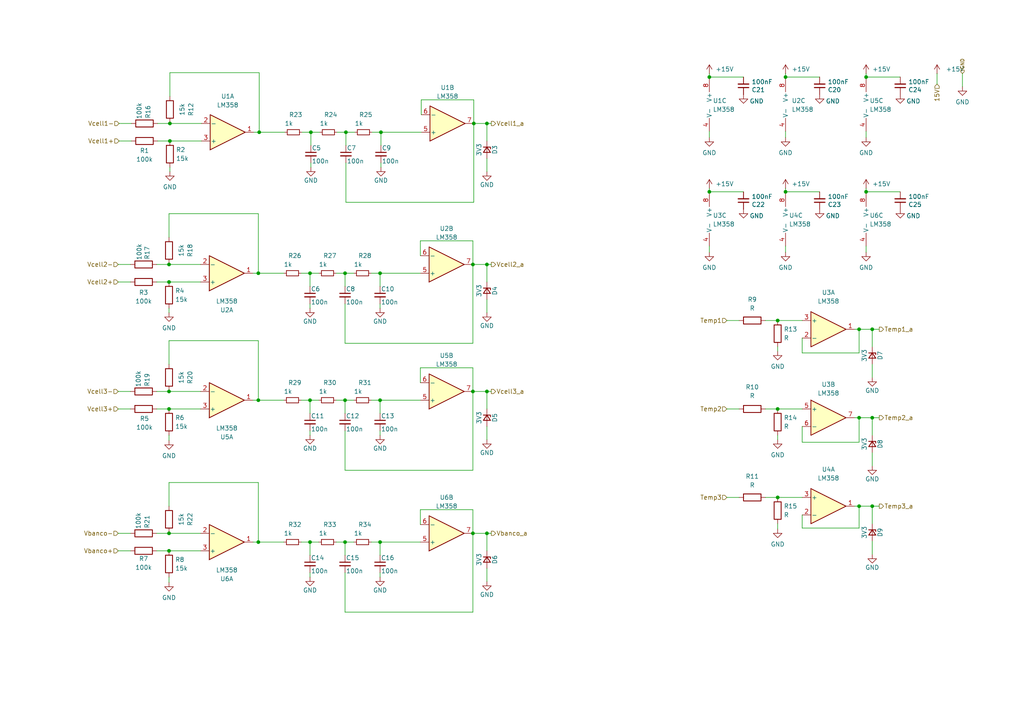
<source format=kicad_sch>
(kicad_sch (version 20250114) (generator "eeschema") (generator_version "9.0")
  (paper "A4")
  (lib_symbols
    (symbol "Amplifier_Operational:LM358" (pin_names (offset 0.127))
      (property "Reference" "U" (at 0 5.08 0))
      (property "Value" "LM358" (at 0 -5.08 0))
      (symbol "LM358_1_1"
        (polyline (pts (xy -5.08 5.08) (xy 5.08 0) (xy -5.08 -5.08) (xy -5.08 5.08)) (stroke (width 0.254)) (fill (type background)))
        (pin input line (at -7.62 2.54 0) (length 2.54) (name "+") (number "3"))
        (pin input line (at -7.62 -2.54 0) (length 2.54) (name "-") (number "2"))
        (pin output line (at 7.62 0 180) (length 2.54) (name "~") (number "1"))
      )
      (symbol "LM358_2_1"
        (polyline (pts (xy -5.08 5.08) (xy 5.08 0) (xy -5.08 -5.08) (xy -5.08 5.08)) (stroke (width 0.254)) (fill (type background)))
        (pin input line (at -7.62 2.54 0) (length 2.54) (name "+") (number "5"))
        (pin input line (at -7.62 -2.54 0) (length 2.54) (name "-") (number "6"))
        (pin output line (at 7.62 0 180) (length 2.54) (name "~") (number "7"))
      )
      (symbol "LM358_3_1"
        (pin power_in line (at -2.54 7.62 270) (length 3.81) (name "V+") (number "8"))
        (pin power_in line (at -2.54 -7.62 90) (length 3.81) (name "V-") (number "4"))
      )
    )
    (symbol "Device:C_Small" (pin_numbers (hide yes)) (pin_names (offset 0.254) (hide yes))
      (property "Reference" "C" (at 0.254 1.778 0))
      (property "Value" "C_Small" (at 0.254 -2.032 0))
      (symbol "C_Small_0_1"
        (polyline (pts (xy -1.524 0.508) (xy 1.524 0.508)) (stroke (width 0.3048)))
        (polyline (pts (xy -1.524 -0.508) (xy 1.524 -0.508)) (stroke (width 0.3302)))
      )
      (symbol "C_Small_1_1"
        (pin passive line (at 0 2.54 270) (length 2.032) (name "~") (number "1"))
        (pin passive line (at 0 -2.54 90) (length 2.032) (name "~") (number "2"))
      )
    )
    (symbol "Device:R" (pin_numbers (hide yes)) (pin_names (offset 0))
      (property "Reference" "R" (at 2.032 0 90))
      (property "Value" "R" (at 0 0 90))
      (symbol "R_0_1"
        (rectangle (start -1.016 -2.54) (end 1.016 2.54) (stroke (width 0.254)))
      )
      (symbol "R_1_1"
        (pin passive line (at 0 3.81 270) (length 1.27) (name "~") (number "1"))
        (pin passive line (at 0 -3.81 90) (length 1.27) (name "~") (number "2"))
      )
    )
    (symbol "Módulo-temperatura-rescue:C_Small-Device" (pin_numbers (hide yes)) (pin_names (offset 0.254) (hide yes))
      (property "Reference" "C" (at 0.254 1.778 0))
      (property "Value" "C_Small-Device" (at 0.254 -2.032 0))
      (symbol "C_Small-Device_0_1"
        (polyline (pts (xy -1.524 0.508) (xy 1.524 0.508)) (stroke (width 0.3048)))
        (polyline (pts (xy -1.524 -0.508) (xy 1.524 -0.508)) (stroke (width 0.3302)))
      )
      (symbol "C_Small-Device_1_1"
        (pin passive line (at 0 2.54 270) (length 2.032) (name "~") (number "1"))
        (pin passive line (at 0 -2.54 90) (length 2.032) (name "~") (number "2"))
      )
    )
    (symbol "Módulo-temperatura-rescue:D_Zener_Small-Device" (pin_numbers (hide yes)) (pin_names (offset 0.254) (hide yes))
      (property "Reference" "D" (at 0 2.286 0))
      (property "Value" "D_Zener_Small-Device" (at 0 -2.286 0))
      (symbol "D_Zener_Small-Device_0_1"
        (polyline (pts (xy -0.254 1.016) (xy -0.762 1.016) (xy -0.762 -1.016)) (stroke (width 0.254)))
        (polyline (pts (xy 0.762 1.016) (xy -0.762 0) (xy 0.762 -1.016) (xy 0.762 1.016)) (stroke (width 0.254)))
        (polyline (pts (xy 0.762 0) (xy -0.762 0)))
      )
      (symbol "D_Zener_Small-Device_1_1"
        (pin passive line (at -2.54 0 0) (length 1.778) (name "K") (number "1"))
        (pin passive line (at 2.54 0 180) (length 1.778) (name "A") (number "2"))
      )
    )
    (symbol "Módulo-temperatura-rescue:R_Small-Device" (pin_numbers (hide yes)) (pin_names (offset 0.254) (hide yes))
      (property "Reference" "R" (at 0.762 0.508 0))
      (property "Value" "R_Small-Device" (at 0.762 -1.016 0))
      (symbol "R_Small-Device_0_1"
        (rectangle (start -0.762 1.778) (end 0.762 -1.778) (stroke (width 0.2032)))
      )
      (symbol "R_Small-Device_1_1"
        (pin passive line (at 0 2.54 270) (length 0.762) (name "~") (number "1"))
        (pin passive line (at 0 -2.54 90) (length 0.762) (name "~") (number "2"))
      )
    )
    (symbol "power:+3V3" (power) (pin_numbers (hide yes)) (pin_names (offset 0) (hide yes))
      (property "Value" "+3V3" (at 0 3.556 0))
      (symbol "+3V3_0_1"
        (polyline (pts (xy -0.762 1.27) (xy 0 2.54)))
        (polyline (pts (xy 0 2.54) (xy 0.762 1.27)))
        (polyline (pts (xy 0 0) (xy 0 2.54)))
      )
      (symbol "+3V3_1_1"
        (pin power_in line (at 0 0 90) (length 0) (name "~") (number "1"))
      )
    )
    (symbol "power:GND" (power) (pin_names (offset 0))
      (property "Value" "GND" (at 0 -3.81 0))
      (symbol "GND_0_1"
        (polyline (pts (xy 0 0) (xy 0 -1.27) (xy 1.27 -1.27) (xy 0 -2.54) (xy -1.27 -1.27) (xy 0 -1.27)))
      )
      (symbol "GND_1_1"
        (pin power_in line (at 0 0 270) (length 0) (hide yes) (name "GND") (number "1"))
      )
    )
  )
  (junction (at 141.224 113.538))
  (junction (at 100.076 157.226))
  (junction (at 137.16 113.538))
  (junction (at 227.838 22.352))
  (junction (at 252.984 146.812))
  (junction (at 49.276 35.814))
  (junction (at 110.236 157.226))
  (junction (at 74.93 157.226))
  (junction (at 49.022 81.788))
  (junction (at 74.93 116.078))
  (junction (at 90.17 38.354))
  (junction (at 225.552 118.618))
  (junction (at 251.206 55.626))
  (junction (at 252.984 121.158))
  (junction (at 49.022 113.538))
  (junction (at 89.916 79.248))
  (junction (at 49.022 118.618))
  (junction (at 89.916 116.078))
  (junction (at 141.224 35.814))
  (junction (at 225.552 144.272))
  (junction (at 249.174 121.158))
  (junction (at 110.236 116.078))
  (junction (at 49.022 76.708))
  (junction (at 100.076 116.078))
  (junction (at 137.16 76.708))
  (junction (at 225.552 92.964))
  (junction (at 110.49 38.354))
  (junction (at 227.838 55.626))
  (junction (at 205.74 55.626))
  (junction (at 110.236 79.248))
  (junction (at 205.74 22.352))
  (junction (at 49.022 154.686))
  (junction (at 100.076 79.248))
  (junction (at 89.916 157.226))
  (junction (at 137.16 154.686))
  (junction (at 49.022 159.766))
  (junction (at 75.184 38.354))
  (junction (at 141.224 76.708))
  (junction (at 137.414 35.814))
  (junction (at 252.984 95.504))
  (junction (at 249.174 146.812))
  (junction (at 141.224 154.686))
  (junction (at 251.206 22.352))
  (junction (at 49.276 40.894))
  (junction (at 100.33 38.354))
  (junction (at 249.174 95.504))
  (junction (at 74.93 79.248))
  (wire (pts (xy 110.236 166.116) (xy 110.236 167.386)))
  (wire (pts (xy 89.916 79.248) (xy 92.456 79.248)))
  (wire (pts (xy 252.984 105.664) (xy 252.984 109.474)))
  (wire (pts (xy 90.17 38.354) (xy 92.71 38.354)))
  (wire (pts (xy 251.206 21.336) (xy 251.206 22.352)))
  (wire (pts (xy 121.92 110.998) (xy 121.92 106.68)))
  (wire (pts (xy 100.33 47.244) (xy 100.33 58.674)))
  (wire (pts (xy 49.022 76.708) (xy 58.166 76.708)))
  (wire (pts (xy 49.022 76.454) (xy 49.022 76.708)))
  (wire (pts (xy 205.74 22.352) (xy 215.646 22.352)))
  (wire (pts (xy 110.236 157.226) (xy 121.92 157.226)))
  (wire (pts (xy 205.74 71.374) (xy 205.74 73.152)))
  (wire (pts (xy 227.838 21.336) (xy 227.838 22.352)))
  (wire (pts (xy 210.82 118.618) (xy 214.376 118.618)))
  (wire (pts (xy 100.076 124.968) (xy 100.076 136.398)))
  (wire (pts (xy 225.552 118.618) (xy 232.664 118.618)))
  (wire (pts (xy 137.414 28.956) (xy 137.414 35.814)))
  (wire (pts (xy 279.146 21.336) (xy 279.146 25.146)))
  (wire (pts (xy 49.022 167.386) (xy 49.022 168.91)))
  (wire (pts (xy 247.904 121.158) (xy 249.174 121.158)))
  (wire (pts (xy 205.74 54.61) (xy 205.74 55.626)))
  (wire (pts (xy 121.92 106.68) (xy 137.16 106.68)))
  (wire (pts (xy 74.93 139.954) (xy 74.93 157.226)))
  (wire (pts (xy 121.92 147.828) (xy 137.16 147.828)))
  (wire (pts (xy 89.916 83.058) (xy 89.916 79.248)))
  (wire (pts (xy 252.984 131.318) (xy 252.984 135.128)))
  (wire (pts (xy 227.838 22.352) (xy 227.838 22.86)))
  (wire (pts (xy 252.984 100.584) (xy 252.984 95.504)))
  (wire (pts (xy 247.904 95.504) (xy 249.174 95.504)))
  (wire (pts (xy 49.022 126.238) (xy 49.022 127.762)))
  (wire (pts (xy 49.022 154.686) (xy 58.166 154.686)))
  (wire (pts (xy 210.82 92.964) (xy 214.376 92.964)))
  (wire (pts (xy 107.696 116.078) (xy 110.236 116.078)))
  (wire (pts (xy 100.076 119.888) (xy 100.076 116.078)))
  (wire (pts (xy 34.29 81.788) (xy 37.846 81.788)))
  (wire (pts (xy 73.406 116.078) (xy 74.93 116.078)))
  (wire (pts (xy 141.224 40.894) (xy 141.224 35.814)))
  (wire (pts (xy 87.376 157.226) (xy 89.916 157.226)))
  (wire (pts (xy 73.406 79.248) (xy 74.93 79.248)))
  (wire (pts (xy 89.916 126.238) (xy 89.916 124.968)))
  (wire (pts (xy 49.022 105.664) (xy 49.022 98.806)))
  (wire (pts (xy 100.33 38.354) (xy 102.87 38.354)))
  (wire (pts (xy 34.29 159.766) (xy 37.846 159.766)))
  (wire (pts (xy 49.022 113.284) (xy 49.022 113.538)))
  (wire (pts (xy 141.224 45.974) (xy 141.224 49.784)))
  (wire (pts (xy 252.984 95.504) (xy 255.016 95.504)))
  (wire (pts (xy 249.174 95.504) (xy 252.984 95.504)))
  (wire (pts (xy 252.984 151.892) (xy 252.984 146.812)))
  (wire (pts (xy 34.544 35.814) (xy 38.1 35.814)))
  (wire (pts (xy 87.376 79.248) (xy 89.916 79.248)))
  (wire (pts (xy 49.276 40.894) (xy 58.42 40.894)))
  (wire (pts (xy 141.224 35.814) (xy 137.414 35.814)))
  (wire (pts (xy 121.92 74.168) (xy 121.92 69.85)))
  (wire (pts (xy 110.236 79.248) (xy 121.92 79.248)))
  (wire (pts (xy 232.664 149.352) (xy 232.664 153.162)))
  (wire (pts (xy 97.536 116.078) (xy 100.076 116.078)))
  (wire (pts (xy 121.92 152.146) (xy 121.92 147.828)))
  (wire (pts (xy 34.29 113.538) (xy 37.846 113.538)))
  (wire (pts (xy 110.236 116.078) (xy 121.92 116.078)))
  (wire (pts (xy 100.076 88.138) (xy 100.076 99.568)))
  (wire (pts (xy 225.552 92.964) (xy 232.664 92.964)))
  (wire (pts (xy 137.16 76.708) (xy 141.224 76.708)))
  (wire (pts (xy 141.224 159.766) (xy 141.224 154.686)))
  (wire (pts (xy 49.022 98.806) (xy 74.93 98.806)))
  (wire (pts (xy 110.236 79.248) (xy 110.236 83.058)))
  (wire (pts (xy 249.174 153.162) (xy 249.174 146.812)))
  (wire (pts (xy 137.414 35.814) (xy 137.414 58.674)))
  (wire (pts (xy 49.022 154.432) (xy 49.022 154.686)))
  (wire (pts (xy 49.276 21.082) (xy 75.184 21.082)))
  (wire (pts (xy 141.224 154.686) (xy 142.494 154.686)))
  (wire (pts (xy 45.466 81.788) (xy 49.022 81.788)))
  (wire (pts (xy 251.206 38.1) (xy 251.206 39.878)))
  (wire (pts (xy 49.022 113.538) (xy 58.166 113.538)))
  (wire (pts (xy 49.022 76.708) (xy 45.466 76.708)))
  (wire (pts (xy 232.664 123.698) (xy 232.664 128.27)))
  (wire (pts (xy 252.984 121.158) (xy 255.016 121.158)))
  (wire (pts (xy 100.076 136.398) (xy 137.16 136.398)))
  (wire (pts (xy 100.076 161.036) (xy 100.076 157.226)))
  (wire (pts (xy 232.664 153.162) (xy 249.174 153.162)))
  (wire (pts (xy 45.72 40.894) (xy 49.276 40.894)))
  (wire (pts (xy 251.206 55.626) (xy 261.112 55.626)))
  (wire (pts (xy 247.904 146.812) (xy 249.174 146.812)))
  (wire (pts (xy 110.49 47.244) (xy 110.49 48.514)))
  (wire (pts (xy 49.022 61.976) (xy 74.93 61.976)))
  (wire (pts (xy 232.664 102.362) (xy 249.174 102.362)))
  (wire (pts (xy 73.406 157.226) (xy 74.93 157.226)))
  (wire (pts (xy 251.206 22.352) (xy 261.112 22.352)))
  (wire (pts (xy 34.544 40.894) (xy 38.1 40.894)))
  (wire (pts (xy 137.16 106.68) (xy 137.16 113.538)))
  (wire (pts (xy 49.276 35.814) (xy 58.42 35.814)))
  (wire (pts (xy 100.076 157.226) (xy 102.616 157.226)))
  (wire (pts (xy 137.16 154.686) (xy 137.16 177.546)))
  (wire (pts (xy 34.29 154.686) (xy 37.846 154.686)))
  (wire (pts (xy 49.022 159.766) (xy 58.166 159.766)))
  (wire (pts (xy 49.276 35.56) (xy 49.276 35.814)))
  (wire (pts (xy 100.076 99.568) (xy 137.16 99.568)))
  (wire (pts (xy 73.66 38.354) (xy 75.184 38.354)))
  (wire (pts (xy 137.16 154.686) (xy 141.224 154.686)))
  (wire (pts (xy 142.494 35.814) (xy 141.224 35.814)))
  (wire (pts (xy 34.29 76.708) (xy 37.846 76.708)))
  (wire (pts (xy 107.696 157.226) (xy 110.236 157.226)))
  (wire (pts (xy 251.206 22.352) (xy 251.206 22.86)))
  (wire (pts (xy 141.224 123.698) (xy 141.224 127.508)))
  (wire (pts (xy 49.276 48.514) (xy 49.276 49.784)))
  (wire (pts (xy 49.022 89.408) (xy 49.022 90.678)))
  (wire (pts (xy 89.916 167.386) (xy 89.916 166.116)))
  (wire (pts (xy 89.916 161.036) (xy 89.916 157.226)))
  (wire (pts (xy 100.076 116.078) (xy 102.616 116.078)))
  (wire (pts (xy 74.93 79.248) (xy 82.296 79.248)))
  (wire (pts (xy 221.996 144.272) (xy 225.552 144.272)))
  (wire (pts (xy 205.74 22.352) (xy 205.74 22.86)))
  (wire (pts (xy 252.984 146.812) (xy 255.016 146.812)))
  (wire (pts (xy 227.838 71.374) (xy 227.838 73.152)))
  (wire (pts (xy 100.076 79.248) (xy 102.616 79.248)))
  (wire (pts (xy 89.916 157.226) (xy 92.456 157.226)))
  (wire (pts (xy 251.206 55.626) (xy 251.206 56.134)))
  (wire (pts (xy 141.224 81.788) (xy 141.224 76.708)))
  (wire (pts (xy 137.16 76.708) (xy 137.16 99.568)))
  (wire (pts (xy 249.174 146.812) (xy 252.984 146.812)))
  (wire (pts (xy 251.206 54.61) (xy 251.206 55.626)))
  (wire (pts (xy 141.224 113.538) (xy 142.494 113.538)))
  (wire (pts (xy 141.224 76.708) (xy 142.494 76.708)))
  (wire (pts (xy 45.466 113.538) (xy 49.022 113.538)))
  (wire (pts (xy 74.93 116.078) (xy 82.296 116.078)))
  (wire (pts (xy 110.236 88.138) (xy 110.236 89.408)))
  (wire (pts (xy 137.16 147.828) (xy 137.16 154.686)))
  (wire (pts (xy 110.236 116.078) (xy 110.236 119.888)))
  (wire (pts (xy 232.664 128.27) (xy 249.174 128.27)))
  (wire (pts (xy 225.552 100.584) (xy 225.552 101.854)))
  (wire (pts (xy 107.696 79.248) (xy 110.236 79.248)))
  (wire (pts (xy 137.16 69.85) (xy 137.16 76.708)))
  (wire (pts (xy 110.49 38.354) (xy 122.174 38.354)))
  (wire (pts (xy 205.74 38.1) (xy 205.74 39.878)))
  (wire (pts (xy 141.224 118.618) (xy 141.224 113.538)))
  (wire (pts (xy 49.022 139.954) (xy 74.93 139.954)))
  (wire (pts (xy 49.022 81.788) (xy 58.166 81.788)))
  (wire (pts (xy 107.95 38.354) (xy 110.49 38.354)))
  (wire (pts (xy 49.022 146.812) (xy 49.022 139.954)))
  (wire (pts (xy 89.916 89.408) (xy 89.916 88.138)))
  (wire (pts (xy 122.174 33.274) (xy 122.174 28.956)))
  (wire (pts (xy 74.93 98.806) (xy 74.93 116.078)))
  (wire (pts (xy 205.74 21.336) (xy 205.74 22.352)))
  (wire (pts (xy 100.076 83.058) (xy 100.076 79.248)))
  (wire (pts (xy 227.838 54.61) (xy 227.838 55.626)))
  (wire (pts (xy 110.236 124.968) (xy 110.236 126.238)))
  (wire (pts (xy 249.174 102.362) (xy 249.174 95.504)))
  (wire (pts (xy 137.16 113.538) (xy 137.16 136.398)))
  (wire (pts (xy 227.838 55.626) (xy 237.744 55.626)))
  (wire (pts (xy 225.552 151.892) (xy 225.552 153.416)))
  (wire (pts (xy 100.33 58.674) (xy 137.414 58.674)))
  (wire (pts (xy 205.74 55.626) (xy 215.646 55.626)))
  (wire (pts (xy 137.16 113.538) (xy 141.224 113.538)))
  (wire (pts (xy 252.984 126.238) (xy 252.984 121.158)))
  (wire (pts (xy 90.17 42.164) (xy 90.17 38.354)))
  (wire (pts (xy 49.022 118.618) (xy 58.166 118.618)))
  (wire (pts (xy 141.224 164.846) (xy 141.224 168.656)))
  (wire (pts (xy 252.984 156.972) (xy 252.984 160.782)))
  (wire (pts (xy 97.536 79.248) (xy 100.076 79.248)))
  (wire (pts (xy 110.49 38.354) (xy 110.49 42.164)))
  (wire (pts (xy 87.63 38.354) (xy 90.17 38.354)))
  (wire (pts (xy 225.552 126.238) (xy 225.552 127.508)))
  (wire (pts (xy 74.93 157.226) (xy 82.296 157.226)))
  (wire (pts (xy 75.184 21.082) (xy 75.184 38.354)))
  (wire (pts (xy 49.276 35.814) (xy 45.72 35.814)))
  (wire (pts (xy 45.466 159.766) (xy 49.022 159.766)))
  (wire (pts (xy 74.93 61.976) (xy 74.93 79.248)))
  (wire (pts (xy 210.82 144.272) (xy 214.376 144.272)))
  (wire (pts (xy 122.174 28.956) (xy 137.414 28.956)))
  (wire (pts (xy 49.022 154.686) (xy 45.466 154.686)))
  (wire (pts (xy 121.92 69.85) (xy 137.16 69.85)))
  (wire (pts (xy 75.184 38.354) (xy 82.55 38.354)))
  (wire (pts (xy 227.838 55.626) (xy 227.838 56.134)))
  (wire (pts (xy 97.536 157.226) (xy 100.076 157.226)))
  (wire (pts (xy 221.996 92.964) (xy 225.552 92.964)))
  (wire (pts (xy 141.224 86.868) (xy 141.224 90.678)))
  (wire (pts (xy 227.838 22.352) (xy 237.744 22.352)))
  (wire (pts (xy 225.552 144.272) (xy 232.664 144.272)))
  (wire (pts (xy 100.076 177.546) (xy 137.16 177.546)))
  (wire (pts (xy 249.174 121.158) (xy 249.174 128.27)))
  (wire (pts (xy 34.29 118.618) (xy 37.846 118.618)))
  (wire (pts (xy 249.174 121.158) (xy 252.984 121.158)))
  (wire (pts (xy 89.916 119.888) (xy 89.916 116.078)))
  (wire (pts (xy 87.376 116.078) (xy 89.916 116.078)))
  (wire (pts (xy 90.17 48.514) (xy 90.17 47.244)))
  (wire (pts (xy 227.838 38.1) (xy 227.838 39.878)))
  (wire (pts (xy 49.276 27.94) (xy 49.276 21.082)))
  (wire (pts (xy 45.466 118.618) (xy 49.022 118.618)))
  (wire (pts (xy 232.664 98.044) (xy 232.664 102.362)))
  (wire (pts (xy 110.236 157.226) (xy 110.236 161.036)))
  (wire (pts (xy 221.996 118.618) (xy 225.552 118.618)))
  (wire (pts (xy 100.076 166.116) (xy 100.076 177.546)))
  (wire (pts (xy 271.78 21.336) (xy 271.78 24.384)))
  (wire (pts (xy 100.33 42.164) (xy 100.33 38.354)))
  (wire (pts (xy 97.79 38.354) (xy 100.33 38.354)))
  (wire (pts (xy 251.206 71.374) (xy 251.206 73.152)))
  (wire (pts (xy 205.74 55.626) (xy 205.74 56.134)))
  (wire (pts (xy 89.916 116.078) (xy 92.456 116.078)))
  (wire (pts (xy 49.022 68.834) (xy 49.022 61.976)))
  (hierarchical_label "Temp2_a" (shape output) (at 255.016 121.158 0))
  (hierarchical_label "Temp1" (shape input) (at 210.82 92.964 180))
  (hierarchical_label "Vcell3_a" (shape output) (at 142.494 113.538 0))
  (hierarchical_label "Vcell1+" (shape input) (at 34.544 40.894 180))
  (hierarchical_label "Vcell2+" (shape input) (at 34.29 81.788 180))
  (hierarchical_label "Vcell1_a" (shape output) (at 142.494 35.814 0))
  (hierarchical_label "Vcell1-" (shape input) (at 34.544 35.814 180))
  (hierarchical_label "Vcell2_a" (shape output) (at 142.494 76.708 0))
  (hierarchical_label "Vcell3-" (shape input) (at 34.29 113.538 180))
  (hierarchical_label "Vbanco-" (shape input) (at 34.29 154.686 180))
  (hierarchical_label "15V" (shape input) (at 271.78 24.384 270))
  (hierarchical_label "Temp3" (shape input) (at 210.82 144.272 180))
  (hierarchical_label "Vbanco_a" (shape output) (at 142.494 154.686 0))
  (hierarchical_label "Temp1_a" (shape output) (at 255.016 95.504 0))
  (hierarchical_label "Vcell2-" (shape input) (at 34.29 76.708 180))
  (hierarchical_label "GND" (shape input) (at 279.146 21.336 90) (effects (font (size 1.016 1.016))))
  (hierarchical_label "Temp2" (shape input) (at 210.82 118.618 180))
  (hierarchical_label "Vbanco+" (shape input) (at 34.29 159.766 180))
  (hierarchical_label "Temp3_a" (shape output) (at 255.016 146.812 0))
  (hierarchical_label "Vcell3+" (shape input) (at 34.29 118.618 180))
  (symbol (lib_id "power:GND") (at 215.646 27.432 0) (unit 1)
    (property "Reference" "#PWR035" (effects (hide yes)))
    (property "Value" "GND" (at 219.456 29.337 0))
  )
  (symbol (lib_id "power:+3V3") (at 227.838 21.336 0) (unit 1)
    (property "Reference" "#PWR014" (effects (hide yes)))
    (property "Value" "+15V" (at 229.616 20.0659 0) (effects (justify left)))
    (property "Description" "Power symbol creates a global label with name \"+3V3\"" (effects (hide yes)))
  )
  (symbol (lib_id "power:GND") (at 215.646 60.706 0) (unit 1)
    (property "Reference" "#PWR036" (effects (hide yes)))
    (property "Value" "GND" (at 219.456 62.611 0))
  )
  (symbol (lib_id "Módulo-temperatura-rescue:R_Small-Device") (at 94.996 79.248 270) (unit 1)
    (property "Reference" "R27" (at 93.726 74.168 90) (effects (justify left)))
    (property "Value" "1k" (at 92.456 76.708 90) (effects (justify left)))
    (property "Footprint" "Resistor_SMD:R_0805_2012Metric_Pad1.20x1.40mm_HandSolder" (effects (hide yes)))
  )
  (symbol (lib_id "Amplifier_Operational:LM358") (at 129.54 76.708 0) (mirror x) (unit 2)
    (property "Reference" "U2" (at 129.54 66.294 0))
    (property "Value" "LM358" (at 129.54 68.834 0))
    (property "Datasheet" "http://www.ti.com/lit/ds/symlink/lm2904-n.pdf" (effects (hide yes)))
    (property "Description" "Low-Power, Dual Operational Amplifiers, DIP-8/SOIC-8/TO-99-8" (effects (hide yes)))
  )
  (symbol (lib_id "Módulo-temperatura-rescue:R_Small-Device") (at 105.41 38.354 270) (unit 1)
    (property "Reference" "R25" (at 104.14 33.274 90) (effects (justify left)))
    (property "Value" "1k" (at 102.87 35.814 90) (effects (justify left)))
    (property "Footprint" "Resistor_SMD:R_0805_2012Metric_Pad1.20x1.40mm_HandSolder" (effects (hide yes)))
  )
  (symbol (lib_id "Módulo-temperatura-rescue:D_Zener_Small-Device") (at 141.224 43.434 270) (unit 1)
    (property "Reference" "D3" (at 143.51 43.434 0))
    (property "Value" "3V3" (at 138.938 43.434 0))
    (property "Footprint" "Diode_SMD:D_MiniMELF_Handsoldering" (effects (hide yes)))
  )
  (symbol (lib_id "Módulo-temperatura-rescue:R_Small-Device") (at 94.996 157.226 270) (unit 1)
    (property "Reference" "R33" (at 93.726 152.146 90) (effects (justify left)))
    (property "Value" "1k" (at 92.456 154.686 90) (effects (justify left)))
    (property "Footprint" "Resistor_SMD:R_0805_2012Metric_Pad1.20x1.40mm_HandSolder" (effects (hide yes)))
  )
  (symbol (lib_id "Device:C_Small") (at 237.744 24.892 0) (mirror x) (unit 1)
    (property "Reference" "C20" (at 240.0808 26.0604 0) (effects (justify left)))
    (property "Value" "100nF" (at 240.0808 23.749 0) (effects (justify left)))
    (property "Footprint" "Capacitor_SMD:C_0805_2012Metric_Pad1.18x1.45mm_HandSolder" (effects (hide yes)))
  )
  (symbol (lib_id "power:+3V3") (at 271.78 21.336 0) (unit 1)
    (property "Reference" "#PWR013" (effects (hide yes)))
    (property "Value" "+15V" (at 274.32 20.0659 0) (effects (justify left)))
    (property "Description" "Power symbol creates a global label with name \"+3V3\"" (effects (hide yes)))
  )
  (symbol (lib_id "Amplifier_Operational:LM358") (at 208.28 63.754 0) (unit 3)
    (property "Reference" "U3" (at 206.756 62.4839 0) (effects (justify left)))
    (property "Value" "LM358" (at 206.756 65.0239 0) (effects (justify left)))
    (property "Datasheet" "http://www.ti.com/lit/ds/symlink/lm2904-n.pdf" (effects (hide yes)))
    (property "Description" "Low-Power, Dual Operational Amplifiers, DIP-8/SOIC-8/TO-99-8" (effects (hide yes)))
  )
  (symbol (lib_id "power:GND") (at 89.916 89.408 0) (unit 1)
    (property "Reference" "#PWR0113" (effects (hide yes)))
    (property "Value" "GND" (at 89.916 93.218 0))
  )
  (symbol (lib_id "Amplifier_Operational:LM358") (at 65.786 157.226 0) (mirror x) (unit 1)
    (property "Reference" "U6" (at 65.786 167.894 0))
    (property "Value" "LM358" (at 65.786 165.354 0))
    (property "Datasheet" "http://www.ti.com/lit/ds/symlink/lm2904-n.pdf" (effects (hide yes)))
    (property "Description" "Low-Power, Dual Operational Amplifiers, DIP-8/SOIC-8/TO-99-8" (effects (hide yes)))
  )
  (symbol (lib_id "power:GND") (at 49.022 90.678 0) (unit 1)
    (property "Reference" "#PWR0211" (effects (hide yes)))
    (property "Value" "GND" (at 49.022 95.1214 0))
  )
  (symbol (lib_id "power:GND") (at 110.236 126.238 0) (unit 1)
    (property "Reference" "#PWR0121" (effects (hide yes)))
    (property "Value" "GND" (at 110.236 130.048 0))
  )
  (symbol (lib_id "Device:R") (at 41.91 35.814 270) (unit 1)
    (property "Reference" "R16" (at 42.926 30.48 0) (effects (justify left)))
    (property "Value" "100k" (at 40.386 29.718 0) (effects (justify left)))
    (property "Description" "Resistor" (effects (hide yes)))
  )
  (symbol (lib_id "Device:C_Small") (at 215.646 24.892 0) (mirror x) (unit 1)
    (property "Reference" "C21" (at 217.9828 26.0604 0) (effects (justify left)))
    (property "Value" "100nF" (at 217.9828 23.749 0) (effects (justify left)))
    (property "Footprint" "Capacitor_SMD:C_0805_2012Metric_Pad1.18x1.45mm_HandSolder" (effects (hide yes)))
  )
  (symbol (lib_id "Device:R") (at 41.656 154.686 270) (unit 1)
    (property "Reference" "R21" (at 42.672 149.352 0) (effects (justify left)))
    (property "Value" "100k" (at 40.132 148.59 0) (effects (justify left)))
    (property "Description" "Resistor" (effects (hide yes)))
  )
  (symbol (lib_id "power:GND") (at 205.74 73.152 0) (unit 1)
    (property "Reference" "#PWR0226" (effects (hide yes)))
    (property "Value" "GND" (at 205.74 77.5954 0))
  )
  (symbol (lib_id "power:GND") (at 227.838 73.152 0) (unit 1)
    (property "Reference" "#PWR0227" (effects (hide yes)))
    (property "Value" "GND" (at 227.838 77.5954 0))
  )
  (symbol (lib_id "Device:R") (at 41.656 76.708 270) (unit 1)
    (property "Reference" "R17" (at 42.672 71.374 0) (effects (justify left)))
    (property "Value" "100k" (at 40.386 70.612 0) (effects (justify left)))
    (property "Description" "Resistor" (effects (hide yes)))
  )
  (symbol (lib_id "power:GND") (at 279.146 25.146 0) (unit 1)
    (property "Reference" "#PWR0202" (effects (hide yes)))
    (property "Value" "GND" (at 279.146 29.5894 0))
  )
  (symbol (lib_id "Módulo-temperatura-rescue:C_Small-Device") (at 110.236 122.428 0) (unit 1)
    (property "Reference" "C13" (at 110.49 120.65 0) (effects (justify left)))
    (property "Value" "100n" (at 110.49 124.46 0) (effects (justify left)))
    (property "Footprint" "Capacitor_SMD:C_0805_2012Metric_Pad1.18x1.45mm_HandSolder" (effects (hide yes)))
  )
  (symbol (lib_id "power:GND") (at 261.112 27.432 0) (unit 1)
    (property "Reference" "#PWR038" (effects (hide yes)))
    (property "Value" "GND" (at 264.922 29.337 0))
  )
  (symbol (lib_id "Device:R") (at 41.656 113.538 270) (unit 1)
    (property "Reference" "R19" (at 42.672 108.204 0) (effects (justify left)))
    (property "Value" "100k" (at 40.132 107.442 0) (effects (justify left)))
    (property "Description" "Resistor" (effects (hide yes)))
  )
  (symbol (lib_id "Amplifier_Operational:LM358") (at 230.378 63.754 0) (unit 3)
    (property "Reference" "U4" (at 228.854 62.4839 0) (effects (justify left)))
    (property "Value" "LM358" (at 228.854 65.0239 0) (effects (justify left)))
    (property "Datasheet" "http://www.ti.com/lit/ds/symlink/lm2904-n.pdf" (effects (hide yes)))
    (property "Description" "Low-Power, Dual Operational Amplifiers, DIP-8/SOIC-8/TO-99-8" (effects (hide yes)))
  )
  (symbol (lib_id "Amplifier_Operational:LM358") (at 240.284 95.504 0) (unit 1)
    (property "Reference" "U3" (at 240.284 84.836 0))
    (property "Value" "LM358" (at 240.284 87.376 0))
    (property "Datasheet" "http://www.ti.com/lit/ds/symlink/lm2904-n.pdf" (effects (hide yes)))
    (property "Description" "Low-Power, Dual Operational Amplifiers, DIP-8/SOIC-8/TO-99-8" (effects (hide yes)))
  )
  (symbol (lib_id "Device:R") (at 41.656 118.618 90) (unit 1)
    (property "Reference" "R5" (at 41.91 121.412 90))
    (property "Value" "100k" (at 41.91 123.952 90))
    (property "Description" "Resistor" (effects (hide yes)))
  )
  (symbol (lib_id "power:GND") (at 110.49 48.514 0) (unit 1)
    (property "Reference" "#PWR0119" (effects (hide yes)))
    (property "Value" "GND" (at 110.49 52.324 0))
  )
  (symbol (lib_id "power:GND") (at 90.17 48.514 0) (unit 1)
    (property "Reference" "#PWR0112" (effects (hide yes)))
    (property "Value" "GND" (at 90.17 52.324 0))
  )
  (symbol (lib_id "Amplifier_Operational:LM358") (at 65.786 79.248 0) (mirror x) (unit 1)
    (property "Reference" "U2" (at 65.786 89.916 0))
    (property "Value" "LM358" (at 65.786 87.376 0))
    (property "Datasheet" "http://www.ti.com/lit/ds/symlink/lm2904-n.pdf" (effects (hide yes)))
    (property "Description" "Low-Power, Dual Operational Amplifiers, DIP-8/SOIC-8/TO-99-8" (effects (hide yes)))
  )
  (symbol (lib_id "Módulo-temperatura-rescue:R_Small-Device") (at 85.09 38.354 270) (unit 1)
    (property "Reference" "R23" (at 83.82 33.274 90) (effects (justify left)))
    (property "Value" "1k" (at 82.55 35.814 90) (effects (justify left)))
    (property "Footprint" "Resistor_SMD:R_0805_2012Metric_Pad1.20x1.40mm_HandSolder" (effects (hide yes)))
  )
  (symbol (lib_id "Módulo-temperatura-rescue:C_Small-Device") (at 100.076 163.576 0) (unit 1)
    (property "Reference" "C15" (at 100.33 161.798 0) (effects (justify left)))
    (property "Value" "100n" (at 100.33 165.608 0) (effects (justify left)))
    (property "Footprint" "Capacitor_SMD:C_0805_2012Metric_Pad1.18x1.45mm_HandSolder" (effects (hide yes)))
  )
  (symbol (lib_id "Módulo-temperatura-rescue:R_Small-Device") (at 84.836 116.078 270) (unit 1)
    (property "Reference" "R29" (at 83.566 110.998 90) (effects (justify left)))
    (property "Value" "1k" (at 82.296 113.538 90) (effects (justify left)))
    (property "Footprint" "Resistor_SMD:R_0805_2012Metric_Pad1.20x1.40mm_HandSolder" (effects (hide yes)))
  )
  (symbol (lib_id "Amplifier_Operational:LM358") (at 208.28 30.48 0) (unit 3)
    (property "Reference" "U1" (at 206.756 29.2099 0) (effects (justify left)))
    (property "Value" "LM358" (at 206.756 31.7499 0) (effects (justify left)))
    (property "Datasheet" "http://www.ti.com/lit/ds/symlink/lm2904-n.pdf" (effects (hide yes)))
    (property "Description" "Low-Power, Dual Operational Amplifiers, DIP-8/SOIC-8/TO-99-8" (effects (hide yes)))
  )
  (symbol (lib_id "Amplifier_Operational:LM358") (at 253.746 30.48 0) (unit 3)
    (property "Reference" "U5" (at 252.222 29.2099 0) (effects (justify left)))
    (property "Value" "LM358" (at 252.222 31.7499 0) (effects (justify left)))
    (property "Datasheet" "http://www.ti.com/lit/ds/symlink/lm2904-n.pdf" (effects (hide yes)))
    (property "Description" "Low-Power, Dual Operational Amplifiers, DIP-8/SOIC-8/TO-99-8" (effects (hide yes)))
  )
  (symbol (lib_id "Módulo-temperatura-rescue:C_Small-Device") (at 100.076 85.598 0) (unit 1)
    (property "Reference" "C8" (at 100.33 83.82 0) (effects (justify left)))
    (property "Value" "100n" (at 100.33 87.63 0) (effects (justify left)))
    (property "Footprint" "Capacitor_SMD:C_0805_2012Metric_Pad1.18x1.45mm_HandSolder" (effects (hide yes)))
  )
  (symbol (lib_id "power:GND") (at 225.552 101.854 0) (unit 1)
    (property "Reference" "#PWR0221" (effects (hide yes)))
    (property "Value" "GND" (at 225.552 106.2974 0))
  )
  (symbol (lib_id "Módulo-temperatura-rescue:R_Small-Device") (at 84.836 157.226 270) (unit 1)
    (property "Reference" "R32" (at 83.566 152.146 90) (effects (justify left)))
    (property "Value" "1k" (at 82.296 154.686 90) (effects (justify left)))
    (property "Footprint" "Resistor_SMD:R_0805_2012Metric_Pad1.20x1.40mm_HandSolder" (effects (hide yes)))
  )
  (symbol (lib_id "Módulo-temperatura-rescue:R_Small-Device") (at 105.156 116.078 270) (unit 1)
    (property "Reference" "R31" (at 103.886 110.998 90) (effects (justify left)))
    (property "Value" "1k" (at 102.616 113.538 90) (effects (justify left)))
    (property "Footprint" "Resistor_SMD:R_0805_2012Metric_Pad1.20x1.40mm_HandSolder" (effects (hide yes)))
  )
  (symbol (lib_id "power:GND") (at 261.112 60.706 0) (unit 1)
    (property "Reference" "#PWR039" (effects (hide yes)))
    (property "Value" "GND" (at 264.922 62.611 0))
  )
  (symbol (lib_id "Device:R") (at 41.91 40.894 90) (unit 1)
    (property "Reference" "R1" (at 41.91 43.688 90))
    (property "Value" "100k" (at 41.91 46.228 90))
    (property "Description" "Resistor" (effects (hide yes)))
  )
  (symbol (lib_id "Device:R") (at 49.276 44.704 0) (unit 1)
    (property "Reference" "R2" (at 51.054 43.4339 0) (effects (justify left)))
    (property "Value" "15k" (at 51.054 45.9739 0) (effects (justify left)))
    (property "Description" "Resistor" (effects (hide yes)))
  )
  (symbol (lib_id "Device:R") (at 218.186 92.964 90) (unit 1)
    (property "Reference" "R9" (at 218.186 86.868 90))
    (property "Value" "R" (at 218.186 89.408 90))
    (property "Description" "Resistor" (effects (hide yes)))
  )
  (symbol (lib_id "Device:R") (at 41.656 159.766 90) (unit 1)
    (property "Reference" "R7" (at 41.656 162.052 90))
    (property "Value" "100k" (at 41.656 164.592 90))
    (property "Description" "Resistor" (effects (hide yes)))
  )
  (symbol (lib_id "power:GND") (at 110.236 167.386 0) (unit 1)
    (property "Reference" "#PWR0123" (effects (hide yes)))
    (property "Value" "GND" (at 110.236 171.196 0))
  )
  (symbol (lib_id "power:GND") (at 89.916 167.386 0) (unit 1)
    (property "Reference" "#PWR0115" (effects (hide yes)))
    (property "Value" "GND" (at 89.916 171.196 0))
  )
  (symbol (lib_id "power:GND") (at 225.552 153.416 0) (unit 1)
    (property "Reference" "#PWR0223" (effects (hide yes)))
    (property "Value" "GND" (at 225.552 157.8594 0))
  )
  (symbol (lib_id "power:GND") (at 49.022 168.91 0) (unit 1)
    (property "Reference" "#PWR0220" (effects (hide yes)))
    (property "Value" "GND" (at 49.022 173.3534 0))
  )
  (symbol (lib_id "Device:R") (at 49.022 109.474 0) (unit 1)
    (property "Reference" "R20" (at 55.118 109.474 90))
    (property "Value" "15k" (at 52.578 109.474 90))
    (property "Description" "Resistor" (effects (hide yes)))
  )
  (symbol (lib_id "power:GND") (at 110.236 89.408 0) (unit 1)
    (property "Reference" "#PWR0120" (effects (hide yes)))
    (property "Value" "GND" (at 110.236 93.218 0))
  )
  (symbol (lib_id "Módulo-temperatura-rescue:C_Small-Device") (at 110.236 163.576 0) (unit 1)
    (property "Reference" "C16" (at 110.49 161.798 0) (effects (justify left)))
    (property "Value" "100n" (at 110.49 165.608 0) (effects (justify left)))
    (property "Footprint" "Capacitor_SMD:C_0805_2012Metric_Pad1.18x1.45mm_HandSolder" (effects (hide yes)))
  )
  (symbol (lib_id "power:GND") (at 237.744 27.432 0) (unit 1)
    (property "Reference" "#PWR034" (effects (hide yes)))
    (property "Value" "GND" (at 241.554 29.337 0))
  )
  (symbol (lib_id "Device:R") (at 49.276 31.75 0) (unit 1)
    (property "Reference" "R12" (at 55.372 31.75 90))
    (property "Value" "15k" (at 52.832 31.75 90))
    (property "Description" "Resistor" (effects (hide yes)))
  )
  (symbol (lib_id "Device:C_Small") (at 261.112 24.892 0) (mirror x) (unit 1)
    (property "Reference" "C24" (at 263.4488 26.0604 0) (effects (justify left)))
    (property "Value" "100nF" (at 263.4488 23.749 0) (effects (justify left)))
    (property "Footprint" "Capacitor_SMD:C_0805_2012Metric_Pad1.18x1.45mm_HandSolder" (effects (hide yes)))
  )
  (symbol (lib_id "Amplifier_Operational:LM358") (at 240.284 146.812 0) (unit 1)
    (property "Reference" "U4" (at 240.284 136.144 0))
    (property "Value" "LM358" (at 240.284 138.684 0))
    (property "Datasheet" "http://www.ti.com/lit/ds/symlink/lm2904-n.pdf" (effects (hide yes)))
    (property "Description" "Low-Power, Dual Operational Amplifiers, DIP-8/SOIC-8/TO-99-8" (effects (hide yes)))
  )
  (symbol (lib_id "Amplifier_Operational:LM358") (at 230.378 30.48 0) (unit 3)
    (property "Reference" "U2" (at 229.616 29.2099 0) (effects (justify left)))
    (property "Value" "LM358" (at 229.616 31.7499 0) (effects (justify left)))
    (property "Datasheet" "http://www.ti.com/lit/ds/symlink/lm2904-n.pdf" (effects (hide yes)))
    (property "Description" "Low-Power, Dual Operational Amplifiers, DIP-8/SOIC-8/TO-99-8" (effects (hide yes)))
  )
  (symbol (lib_id "Device:R") (at 225.552 122.428 0) (unit 1)
    (property "Reference" "R14" (at 227.33 121.1579 0) (effects (justify left)))
    (property "Value" "R" (at 227.33 123.6979 0) (effects (justify left)))
    (property "Description" "Resistor" (effects (hide yes)))
  )
  (symbol (lib_id "Amplifier_Operational:LM358") (at 129.54 154.686 0) (mirror x) (unit 2)
    (property "Reference" "U6" (at 129.54 144.272 0))
    (property "Value" "LM358" (at 129.54 146.812 0))
    (property "Datasheet" "http://www.ti.com/lit/ds/symlink/lm2904-n.pdf" (effects (hide yes)))
    (property "Description" "Low-Power, Dual Operational Amplifiers, DIP-8/SOIC-8/TO-99-8" (effects (hide yes)))
  )
  (symbol (lib_id "Módulo-temperatura-rescue:R_Small-Device") (at 94.996 116.078 270) (unit 1)
    (property "Reference" "R30" (at 93.726 110.998 90) (effects (justify left)))
    (property "Value" "1k" (at 92.456 113.538 90) (effects (justify left)))
    (property "Footprint" "Resistor_SMD:R_0805_2012Metric_Pad1.20x1.40mm_HandSolder" (effects (hide yes)))
  )
  (symbol (lib_id "Amplifier_Operational:LM358") (at 253.746 63.754 0) (unit 3)
    (property "Reference" "U6" (at 252.222 62.4839 0) (effects (justify left)))
    (property "Value" "LM358" (at 252.222 65.0239 0) (effects (justify left)))
    (property "Datasheet" "http://www.ti.com/lit/ds/symlink/lm2904-n.pdf" (effects (hide yes)))
    (property "Description" "Low-Power, Dual Operational Amplifiers, DIP-8/SOIC-8/TO-99-8" (effects (hide yes)))
  )
  (symbol (lib_id "power:GND") (at 237.744 60.706 0) (unit 1)
    (property "Reference" "#PWR037" (effects (hide yes)))
    (property "Value" "GND" (at 241.554 62.611 0))
  )
  (symbol (lib_id "Módulo-temperatura-rescue:R_Small-Device") (at 95.25 38.354 270) (unit 1)
    (property "Reference" "R24" (at 93.98 33.274 90) (effects (justify left)))
    (property "Value" "1k" (at 92.71 35.814 90) (effects (justify left)))
    (property "Footprint" "Resistor_SMD:R_0805_2012Metric_Pad1.20x1.40mm_HandSolder" (effects (hide yes)))
  )
  (symbol (lib_id "power:+3V3") (at 227.838 54.61 0) (unit 1)
    (property "Reference" "#PWR018" (effects (hide yes)))
    (property "Value" "+15V" (at 229.616 53.3399 0) (effects (justify left)))
    (property "Description" "Power symbol creates a global label with name \"+3V3\"" (effects (hide yes)))
  )
  (symbol (lib_id "power:GND") (at 225.552 127.508 0) (unit 1)
    (property "Reference" "#PWR0222" (effects (hide yes)))
    (property "Value" "GND" (at 225.552 131.9514 0))
  )
  (symbol (lib_id "Módulo-temperatura-rescue:C_Small-Device") (at 100.33 44.704 0) (unit 1)
    (property "Reference" "C7" (at 100.584 42.926 0) (effects (justify left)))
    (property "Value" "100n" (at 100.584 46.736 0) (effects (justify left)))
    (property "Footprint" "Capacitor_SMD:C_0805_2012Metric_Pad1.18x1.45mm_HandSolder" (effects (hide yes)))
  )
  (symbol (lib_id "Device:C_Small") (at 237.744 58.166 0) (mirror x) (unit 1)
    (property "Reference" "C23" (at 240.0808 59.3344 0) (effects (justify left)))
    (property "Value" "100nF" (at 240.0808 57.023 0) (effects (justify left)))
    (property "Footprint" "Capacitor_SMD:C_0805_2012Metric_Pad1.18x1.45mm_HandSolder" (effects (hide yes)))
  )
  (symbol (lib_id "Módulo-temperatura-rescue:D_Zener_Small-Device") (at 252.984 103.124 270) (unit 1)
    (property "Reference" "D7" (at 255.27 103.124 0))
    (property "Value" "3V3" (at 250.698 103.124 0))
    (property "Footprint" "Diode_SMD:D_MiniMELF_Handsoldering" (effects (hide yes)))
  )
  (symbol (lib_id "Device:R") (at 49.022 122.428 0) (unit 1)
    (property "Reference" "R6" (at 50.8 121.1579 0) (effects (justify left)))
    (property "Value" "15k" (at 50.8 123.6979 0) (effects (justify left)))
    (property "Description" "Resistor" (effects (hide yes)))
  )
  (symbol (lib_id "Amplifier_Operational:LM358") (at 65.786 116.078 0) (mirror x) (unit 1)
    (property "Reference" "U5" (at 65.786 126.746 0))
    (property "Value" "LM358" (at 65.786 124.206 0))
    (property "Datasheet" "http://www.ti.com/lit/ds/symlink/lm2904-n.pdf" (effects (hide yes)))
    (property "Description" "Low-Power, Dual Operational Amplifiers, DIP-8/SOIC-8/TO-99-8" (effects (hide yes)))
  )
  (symbol (lib_id "Amplifier_Operational:LM358") (at 129.794 35.814 0) (mirror x) (unit 2)
    (property "Reference" "U1" (at 129.794 25.4 0))
    (property "Value" "LM358" (at 129.794 27.94 0))
    (property "Datasheet" "http://www.ti.com/lit/ds/symlink/lm2904-n.pdf" (effects (hide yes)))
    (property "Description" "Low-Power, Dual Operational Amplifiers, DIP-8/SOIC-8/TO-99-8" (effects (hide yes)))
  )
  (symbol (lib_id "Amplifier_Operational:LM358") (at 129.54 113.538 0) (mirror x) (unit 2)
    (property "Reference" "U5" (at 129.54 103.124 0))
    (property "Value" "LM358" (at 129.54 105.664 0))
    (property "Datasheet" "http://www.ti.com/lit/ds/symlink/lm2904-n.pdf" (effects (hide yes)))
    (property "Description" "Low-Power, Dual Operational Amplifiers, DIP-8/SOIC-8/TO-99-8" (effects (hide yes)))
  )
  (symbol (lib_id "Módulo-temperatura-rescue:C_Small-Device") (at 90.17 44.704 0) (unit 1)
    (property "Reference" "C5" (at 90.424 42.926 0) (effects (justify left)))
    (property "Value" "100n" (at 90.424 46.736 0) (effects (justify left)))
    (property "Footprint" "Capacitor_SMD:C_0805_2012Metric_Pad1.18x1.45mm_HandSolder" (effects (hide yes)))
  )
  (symbol (lib_id "power:GND") (at 252.984 109.474 0) (unit 1)
    (property "Reference" "#PWR0127" (effects (hide yes)))
    (property "Value" "GND" (at 252.984 113.284 0))
  )
  (symbol (lib_id "Módulo-temperatura-rescue:R_Small-Device") (at 105.156 157.226 270) (unit 1)
    (property "Reference" "R34" (at 103.886 152.146 90) (effects (justify left)))
    (property "Value" "1k" (at 102.616 154.686 90) (effects (justify left)))
    (property "Footprint" "Resistor_SMD:R_0805_2012Metric_Pad1.20x1.40mm_HandSolder" (effects (hide yes)))
  )
  (symbol (lib_id "Módulo-temperatura-rescue:R_Small-Device") (at 105.156 79.248 270) (unit 1)
    (property "Reference" "R28" (at 103.886 74.168 90) (effects (justify left)))
    (property "Value" "1k" (at 102.616 76.708 90) (effects (justify left)))
    (property "Footprint" "Resistor_SMD:R_0805_2012Metric_Pad1.20x1.40mm_HandSolder" (effects (hide yes)))
  )
  (symbol (lib_id "Módulo-temperatura-rescue:D_Zener_Small-Device") (at 141.224 84.328 270) (unit 1)
    (property "Reference" "D4" (at 143.51 84.328 0))
    (property "Value" "3V3" (at 138.938 84.328 0))
    (property "Footprint" "Diode_SMD:D_MiniMELF_Handsoldering" (effects (hide yes)))
  )
  (symbol (lib_id "power:GND") (at 227.838 39.878 0) (unit 1)
    (property "Reference" "#PWR0203" (effects (hide yes)))
    (property "Value" "GND" (at 227.838 44.3214 0))
  )
  (symbol (lib_id "Device:R") (at 49.022 85.598 0) (unit 1)
    (property "Reference" "R4" (at 50.8 84.3279 0) (effects (justify left)))
    (property "Value" "15k" (at 50.8 86.8679 0) (effects (justify left)))
    (property "Description" "Resistor" (effects (hide yes)))
  )
  (symbol (lib_id "Módulo-temperatura-rescue:C_Small-Device") (at 110.236 85.598 0) (unit 1)
    (property "Reference" "C10" (at 110.49 83.82 0) (effects (justify left)))
    (property "Value" "100n" (at 110.49 87.63 0) (effects (justify left)))
    (property "Footprint" "Capacitor_SMD:C_0805_2012Metric_Pad1.18x1.45mm_HandSolder" (effects (hide yes)))
  )
  (symbol (lib_id "Módulo-temperatura-rescue:D_Zener_Small-Device") (at 141.224 121.158 270) (unit 1)
    (property "Reference" "D5" (at 143.51 121.158 0))
    (property "Value" "3V3" (at 138.938 121.158 0))
    (property "Footprint" "Diode_SMD:D_MiniMELF_Handsoldering" (effects (hide yes)))
  )
  (symbol (lib_id "Módulo-temperatura-rescue:C_Small-Device") (at 89.916 122.428 0) (unit 1)
    (property "Reference" "C11" (at 90.17 120.65 0) (effects (justify left)))
    (property "Value" "100n" (at 90.17 124.46 0) (effects (justify left)))
    (property "Footprint" "Capacitor_SMD:C_0805_2012Metric_Pad1.18x1.45mm_HandSolder" (effects (hide yes)))
  )
  (symbol (lib_id "power:GND") (at 89.916 126.238 0) (unit 1)
    (property "Reference" "#PWR0114" (effects (hide yes)))
    (property "Value" "GND" (at 89.916 130.048 0))
  )
  (symbol (lib_id "Módulo-temperatura-rescue:D_Zener_Small-Device") (at 252.984 154.432 270) (unit 1)
    (property "Reference" "D9" (at 255.27 154.432 0))
    (property "Value" "3V3" (at 250.698 154.432 0))
    (property "Footprint" "Diode_SMD:D_MiniMELF_Handsoldering" (effects (hide yes)))
  )
  (symbol (lib_id "Device:R") (at 49.022 72.644 0) (unit 1)
    (property "Reference" "R18" (at 55.118 72.644 90))
    (property "Value" "15k" (at 52.578 72.644 90))
    (property "Description" "Resistor" (effects (hide yes)))
  )
  (symbol (lib_id "Device:R") (at 218.186 118.618 90) (unit 1)
    (property "Reference" "R10" (at 218.186 112.268 90))
    (property "Value" "R" (at 218.186 114.808 90))
    (property "Description" "Resistor" (effects (hide yes)))
  )
  (symbol (lib_id "Device:R") (at 49.022 150.622 0) (unit 1)
    (property "Reference" "R22" (at 55.118 150.622 90))
    (property "Value" "15k" (at 52.578 150.622 90))
    (property "Description" "Resistor" (effects (hide yes)))
  )
  (symbol (lib_id "Módulo-temperatura-rescue:C_Small-Device") (at 110.49 44.704 0) (unit 1)
    (property "Reference" "C9" (at 110.744 42.926 0) (effects (justify left)))
    (property "Value" "100n" (at 110.744 46.736 0) (effects (justify left)))
    (property "Footprint" "Capacitor_SMD:C_0805_2012Metric_Pad1.18x1.45mm_HandSolder" (effects (hide yes)))
  )
  (symbol (lib_id "Módulo-temperatura-rescue:D_Zener_Small-Device") (at 141.224 162.306 270) (unit 1)
    (property "Reference" "D6" (at 143.51 162.306 0))
    (property "Value" "3V3" (at 138.938 162.306 0))
    (property "Footprint" "Diode_SMD:D_MiniMELF_Handsoldering" (effects (hide yes)))
  )
  (symbol (lib_id "Amplifier_Operational:LM358") (at 66.04 38.354 0) (mirror x) (unit 1)
    (property "Reference" "U1" (at 66.04 27.94 0))
    (property "Value" "LM358" (at 66.04 30.48 0))
    (property "Datasheet" "http://www.ti.com/lit/ds/symlink/lm2904-n.pdf" (effects (hide yes)))
    (property "Description" "Low-Power, Dual Operational Amplifiers, DIP-8/SOIC-8/TO-99-8" (effects (hide yes)))
  )
  (symbol (lib_id "Device:R") (at 49.022 163.576 0) (unit 1)
    (property "Reference" "R8" (at 50.8 162.3059 0) (effects (justify left)))
    (property "Value" "15k" (at 50.8 164.8459 0) (effects (justify left)))
    (property "Description" "Resistor" (effects (hide yes)))
  )
  (symbol (lib_id "power:GND") (at 251.206 39.878 0) (unit 1)
    (property "Reference" "#PWR0228" (effects (hide yes)))
    (property "Value" "GND" (at 251.206 44.3214 0))
  )
  (symbol (lib_id "Device:R") (at 41.656 81.788 90) (unit 1)
    (property "Reference" "R3" (at 41.656 84.836 90))
    (property "Value" "100k" (at 41.656 87.376 90))
    (property "Description" "Resistor" (effects (hide yes)))
  )
  (symbol (lib_id "power:+3V3") (at 205.74 54.61 0) (unit 1)
    (property "Reference" "#PWR017" (effects (hide yes)))
    (property "Value" "+15V" (at 207.518 53.3399 0) (effects (justify left)))
    (property "Description" "Power symbol creates a global label with name \"+3V3\"" (effects (hide yes)))
  )
  (symbol (lib_id "power:GND") (at 49.276 49.784 0) (unit 1)
    (property "Reference" "#PWR0210" (effects (hide yes)))
    (property "Value" "GND" (at 49.276 54.2274 0))
  )
  (symbol (lib_id "power:GND") (at 141.224 90.678 0) (unit 1)
    (property "Reference" "#PWR0124" (effects (hide yes)))
    (property "Value" "GND" (at 141.224 94.488 0))
  )
  (symbol (lib_id "Device:R") (at 225.552 148.082 0) (unit 1)
    (property "Reference" "R15" (at 227.33 146.8119 0) (effects (justify left)))
    (property "Value" "R" (at 227.33 149.3519 0) (effects (justify left)))
    (property "Description" "Resistor" (effects (hide yes)))
  )
  (symbol (lib_id "Device:R") (at 218.186 144.272 90) (unit 1)
    (property "Reference" "R11" (at 218.186 138.176 90))
    (property "Value" "R" (at 218.186 140.716 90))
    (property "Description" "Resistor" (effects (hide yes)))
  )
  (symbol (lib_id "power:+3V3") (at 251.206 21.336 0) (unit 1)
    (property "Reference" "#PWR019" (effects (hide yes)))
    (property "Value" "+15V" (at 252.984 20.0659 0) (effects (justify left)))
    (property "Description" "Power symbol creates a global label with name \"+3V3\"" (effects (hide yes)))
  )
  (symbol (lib_id "power:GND") (at 251.206 73.152 0) (unit 1)
    (property "Reference" "#PWR0229" (effects (hide yes)))
    (property "Value" "GND" (at 251.206 77.5954 0))
  )
  (symbol (lib_id "power:GND") (at 252.984 160.782 0) (unit 1)
    (property "Reference" "#PWR0129" (effects (hide yes)))
    (property "Value" "GND" (at 252.984 164.592 0))
  )
  (symbol (lib_id "power:GND") (at 205.74 39.878 0) (unit 1)
    (property "Reference" "#PWR0225" (effects (hide yes)))
    (property "Value" "GND" (at 205.74 44.3214 0))
  )
  (symbol (lib_id "power:+3V3") (at 251.206 54.61 0) (unit 1)
    (property "Reference" "#PWR020" (effects (hide yes)))
    (property "Value" "+15V" (at 252.984 53.3399 0) (effects (justify left)))
    (property "Description" "Power symbol creates a global label with name \"+3V3\"" (effects (hide yes)))
  )
  (symbol (lib_id "power:+3V3") (at 205.74 21.336 0) (unit 1)
    (property "Reference" "#PWR016" (effects (hide yes)))
    (property "Value" "+15V" (at 207.518 20.0659 0) (effects (justify left)))
    (property "Description" "Power symbol creates a global label with name \"+3V3\"" (effects (hide yes)))
  )
  (symbol (lib_id "power:GND") (at 252.984 135.128 0) (unit 1)
    (property "Reference" "#PWR0128" (effects (hide yes)))
    (property "Value" "GND" (at 252.984 138.938 0))
  )
  (symbol (lib_id "power:GND") (at 141.224 127.508 0) (unit 1)
    (property "Reference" "#PWR0125" (effects (hide yes)))
    (property "Value" "GND" (at 141.224 131.318 0))
  )
  (symbol (lib_id "power:GND") (at 49.022 127.762 0) (unit 1)
    (property "Reference" "#PWR0219" (effects (hide yes)))
    (property "Value" "GND" (at 49.022 132.2054 0))
  )
  (symbol (lib_id "Device:C_Small") (at 261.112 58.166 0) (mirror x) (unit 1)
    (property "Reference" "C25" (at 263.4488 59.3344 0) (effects (justify left)))
    (property "Value" "100nF" (at 263.4488 57.023 0) (effects (justify left)))
    (property "Footprint" "Capacitor_SMD:C_0805_2012Metric_Pad1.18x1.45mm_HandSolder" (effects (hide yes)))
  )
  (symbol (lib_id "Módulo-temperatura-rescue:C_Small-Device") (at 100.076 122.428 0) (unit 1)
    (property "Reference" "C12" (at 100.33 120.65 0) (effects (justify left)))
    (property "Value" "100n" (at 100.33 124.46 0) (effects (justify left)))
    (property "Footprint" "Capacitor_SMD:C_0805_2012Metric_Pad1.18x1.45mm_HandSolder" (effects (hide yes)))
  )
  (symbol (lib_id "Módulo-temperatura-rescue:C_Small-Device") (at 89.916 163.576 0) (unit 1)
    (property "Reference" "C14" (at 90.17 161.798 0) (effects (justify left)))
    (property "Value" "100n" (at 90.17 165.608 0) (effects (justify left)))
    (property "Footprint" "Capacitor_SMD:C_0805_2012Metric_Pad1.18x1.45mm_HandSolder" (effects (hide yes)))
  )
  (symbol (lib_id "power:GND") (at 141.224 49.784 0) (unit 1)
    (property "Reference" "#PWR0118" (effects (hide yes)))
    (property "Value" "GND" (at 141.224 53.594 0))
  )
  (symbol (lib_id "Módulo-temperatura-rescue:C_Small-Device") (at 89.916 85.598 0) (unit 1)
    (property "Reference" "C6" (at 90.17 83.82 0) (effects (justify left)))
    (property "Value" "100n" (at 90.17 87.63 0) (effects (justify left)))
    (property "Footprint" "Capacitor_SMD:C_0805_2012Metric_Pad1.18x1.45mm_HandSolder" (effects (hide yes)))
  )
  (symbol (lib_id "Amplifier_Operational:LM358") (at 240.284 121.158 0) (unit 2)
    (property "Reference" "U3" (at 240.284 111.506 0))
    (property "Value" "LM358" (at 240.284 114.046 0))
    (property "Datasheet" "http://www.ti.com/lit/ds/symlink/lm2904-n.pdf" (effects (hide yes)))
    (property "Description" "Low-Power, Dual Operational Amplifiers, DIP-8/SOIC-8/TO-99-8" (effects (hide yes)))
  )
  (symbol (lib_id "Módulo-temperatura-rescue:R_Small-Device") (at 84.836 79.248 270) (unit 1)
    (property "Reference" "R26" (at 83.566 74.168 90) (effects (justify left)))
    (property "Value" "1k" (at 82.296 76.708 90) (effects (justify left)))
    (property "Footprint" "Resistor_SMD:R_0805_2012Metric_Pad1.20x1.40mm_HandSolder" (effects (hide yes)))
  )
  (symbol (lib_id "Módulo-temperatura-rescue:D_Zener_Small-Device") (at 252.984 128.778 270) (unit 1)
    (property "Reference" "D8" (at 255.27 128.778 0))
    (property "Value" "3V3" (at 250.698 128.778 0))
    (property "Footprint" "Diode_SMD:D_MiniMELF_Handsoldering" (effects (hide yes)))
  )
  (symbol (lib_id "power:GND") (at 141.224 168.656 0) (unit 1)
    (property "Reference" "#PWR0126" (effects (hide yes)))
    (property "Value" "GND" (at 141.224 172.466 0))
  )
  (symbol (lib_id "Device:R") (at 225.552 96.774 0) (unit 1)
    (property "Reference" "R13" (at 227.33 95.5039 0) (effects (justify left)))
    (property "Value" "R" (at 227.33 98.0439 0) (effects (justify left)))
    (property "Description" "Resistor" (effects (hide yes)))
  )
  (symbol (lib_id "Device:C_Small") (at 215.646 58.166 0) (mirror x) (unit 1)
    (property "Reference" "C22" (at 217.9828 59.3344 0) (effects (justify left)))
    (property "Value" "100nF" (at 217.9828 57.023 0) (effects (justify left)))
    (property "Footprint" "Capacitor_SMD:C_0805_2012Metric_Pad1.18x1.45mm_HandSolder" (effects (hide yes)))
  )
)
</source>
